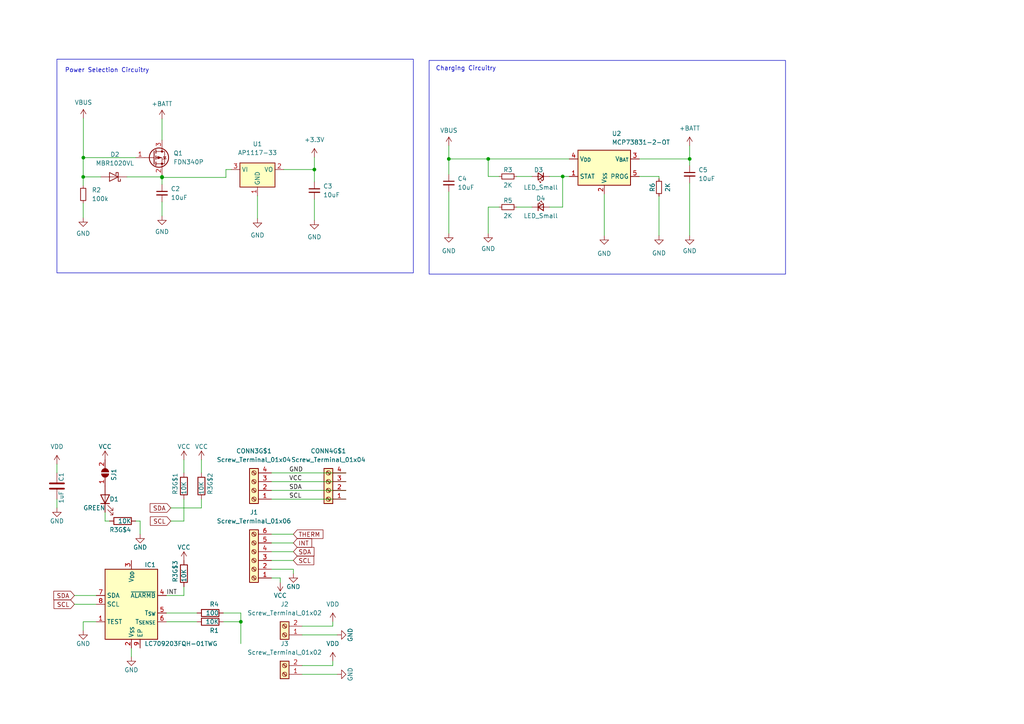
<source format=kicad_sch>
(kicad_sch (version 20230121) (generator eeschema)
  (paper "A4")
  (title_block (title "Power and Battery Schematic") (company "Generate Product Development Studio"))
  (lib_symbols
    (symbol "Battery_Management:LC709203FQH-01TWG"
      (property "Reference" "U" (at -6.35 11.43 0))
      (property "Value" "LC709203FQH-01TWG" (at 11.43 11.43 0))
      (symbol "LC709203FQH-01TWG_0_1"
        (rectangle (start -7.62 10.16) (end 7.62 -10.16) (stroke (width 0.254)) (fill (type background)))
      )
      (symbol "LC709203FQH-01TWG_1_1"
        (pin input line (at -10.16 -5.08 0) (length 2.54) (name "TEST") (number "1"))
        (pin power_in line (at 0 -12.7 90) (length 2.54) (name "V_{SS}") (number "2"))
        (pin power_in line (at 0 12.7 270) (length 2.54) (name "V_{DD}") (number "3"))
        (pin open_collector line (at 10.16 2.54 180) (length 2.54) (name "~{ALARMB}") (number "4"))
        (pin output line (at 10.16 -2.54 180) (length 2.54) (name "T_{SW}") (number "5"))
        (pin input line (at 10.16 -5.08 180) (length 2.54) (name "T_{SENSE}") (number "6"))
        (pin bidirectional line (at -10.16 2.54 0) (length 2.54) (name "SDA") (number "7"))
        (pin input line (at -10.16 0 0) (length 2.54) (name "SCL") (number "8"))
        (pin passive line (at 2.54 -12.7 90) (length 2.54) (name "EP") (number "9"))
      )
    )
    (symbol "Battery_Management:MCP73831-2-OT"
      (property "Reference" "U4" (at 2.1941 9.906 0))
      (property "Value" "MCP73831-2-OT" (at 2.1941 7.366 0))
      (symbol "MCP73831-2-OT_0_1"
        (rectangle (start -7.62 5.08) (end 7.62 -5.08) (stroke (width 0.254)) (fill (type background)))
      )
      (symbol "MCP73831-2-OT_1_1"
        (pin output line (at -10.16 -2.54 0) (length 2.54) (name "STAT") (number "1"))
        (pin power_in line (at 0 -7.62 90) (length 2.54) (name "V_{SS}") (number "2"))
        (pin power_out line (at 10.16 2.54 180) (length 2.54) (name "V_{BAT}") (number "3"))
        (pin power_in line (at -10.16 2.54 0) (length 2.54) (name "V_{DD}") (number "4"))
        (pin input line (at 10.16 -2.54 180) (length 2.54) (name "PROG") (number "5"))
      )
    )
    (symbol "Connector:Screw_Terminal_01x02" (pin_names (offset 1.016) hide)
      (property "Reference" "J" (at 0 2.54 0))
      (property "Value" "Screw_Terminal_01x02" (at 0 -5.08 0))
      (symbol "Screw_Terminal_01x02_1_1"
        (rectangle (start -1.27 1.27) (end 1.27 -3.81) (stroke (width 0.254)) (fill (type background)))
        (circle (center 0 -2.54) (radius 0.635) (stroke (width 0.1524)))
        (polyline (pts (xy -0.5334 -2.2098) (xy 0.3302 -3.048)) (stroke (width 0.1524)))
        (polyline (pts (xy -0.5334 0.3302) (xy 0.3302 -0.508)) (stroke (width 0.1524)))
        (polyline (pts (xy -0.3556 -2.032) (xy 0.508 -2.8702)) (stroke (width 0.1524)))
        (polyline (pts (xy -0.3556 0.508) (xy 0.508 -0.3302)) (stroke (width 0.1524)))
        (circle (center 0 0) (radius 0.635) (stroke (width 0.1524)))
        (pin passive line (at -5.08 0 0) (length 3.81) (name "Pin_1") (number "1"))
        (pin passive line (at -5.08 -2.54 0) (length 3.81) (name "Pin_2") (number "2"))
      )
    )
    (symbol "Connector:Screw_Terminal_01x04" (pin_names (offset 1.016) hide)
      (property "Reference" "J" (at 0 5.08 0))
      (property "Value" "Screw_Terminal_01x04" (at 0 -7.62 0))
      (symbol "Screw_Terminal_01x04_1_1"
        (rectangle (start -1.27 3.81) (end 1.27 -6.35) (stroke (width 0.254)) (fill (type background)))
        (circle (center 0 -5.08) (radius 0.635) (stroke (width 0.1524)))
        (circle (center 0 -2.54) (radius 0.635) (stroke (width 0.1524)))
        (polyline (pts (xy -0.5334 -4.7498) (xy 0.3302 -5.588)) (stroke (width 0.1524)))
        (polyline (pts (xy -0.5334 -2.2098) (xy 0.3302 -3.048)) (stroke (width 0.1524)))
        (polyline (pts (xy -0.5334 0.3302) (xy 0.3302 -0.508)) (stroke (width 0.1524)))
        (polyline (pts (xy -0.5334 2.8702) (xy 0.3302 2.032)) (stroke (width 0.1524)))
        (polyline (pts (xy -0.3556 -4.572) (xy 0.508 -5.4102)) (stroke (width 0.1524)))
        (polyline (pts (xy -0.3556 -2.032) (xy 0.508 -2.8702)) (stroke (width 0.1524)))
        (polyline (pts (xy -0.3556 0.508) (xy 0.508 -0.3302)) (stroke (width 0.1524)))
        (polyline (pts (xy -0.3556 3.048) (xy 0.508 2.2098)) (stroke (width 0.1524)))
        (circle (center 0 0) (radius 0.635) (stroke (width 0.1524)))
        (circle (center 0 2.54) (radius 0.635) (stroke (width 0.1524)))
        (pin passive line (at -5.08 2.54 0) (length 3.81) (name "Pin_1") (number "1"))
        (pin passive line (at -5.08 0 0) (length 3.81) (name "Pin_2") (number "2"))
        (pin passive line (at -5.08 -2.54 0) (length 3.81) (name "Pin_3") (number "3"))
        (pin passive line (at -5.08 -5.08 0) (length 3.81) (name "Pin_4") (number "4"))
      )
    )
    (symbol "Connector:Screw_Terminal_01x06" (pin_names (offset 1.016) hide)
      (property "Reference" "J" (at 0 7.62 0))
      (property "Value" "Screw_Terminal_01x06" (at 0 -10.16 0))
      (symbol "Screw_Terminal_01x06_1_1"
        (rectangle (start -1.27 6.35) (end 1.27 -8.89) (stroke (width 0.254)) (fill (type background)))
        (circle (center 0 -7.62) (radius 0.635) (stroke (width 0.1524)))
        (circle (center 0 -5.08) (radius 0.635) (stroke (width 0.1524)))
        (circle (center 0 -2.54) (radius 0.635) (stroke (width 0.1524)))
        (polyline (pts (xy -0.5334 -7.2898) (xy 0.3302 -8.128)) (stroke (width 0.1524)))
        (polyline (pts (xy -0.5334 -4.7498) (xy 0.3302 -5.588)) (stroke (width 0.1524)))
        (polyline (pts (xy -0.5334 -2.2098) (xy 0.3302 -3.048)) (stroke (width 0.1524)))
        (polyline (pts (xy -0.5334 0.3302) (xy 0.3302 -0.508)) (stroke (width 0.1524)))
        (polyline (pts (xy -0.5334 2.8702) (xy 0.3302 2.032)) (stroke (width 0.1524)))
        (polyline (pts (xy -0.5334 5.4102) (xy 0.3302 4.572)) (stroke (width 0.1524)))
        (polyline (pts (xy -0.3556 -7.112) (xy 0.508 -7.9502)) (stroke (width 0.1524)))
        (polyline (pts (xy -0.3556 -4.572) (xy 0.508 -5.4102)) (stroke (width 0.1524)))
        (polyline (pts (xy -0.3556 -2.032) (xy 0.508 -2.8702)) (stroke (width 0.1524)))
        (polyline (pts (xy -0.3556 0.508) (xy 0.508 -0.3302)) (stroke (width 0.1524)))
        (polyline (pts (xy -0.3556 3.048) (xy 0.508 2.2098)) (stroke (width 0.1524)))
        (polyline (pts (xy -0.3556 5.588) (xy 0.508 4.7498)) (stroke (width 0.1524)))
        (circle (center 0 0) (radius 0.635) (stroke (width 0.1524)))
        (circle (center 0 2.54) (radius 0.635) (stroke (width 0.1524)))
        (circle (center 0 5.08) (radius 0.635) (stroke (width 0.1524)))
        (pin passive line (at -5.08 5.08 0) (length 3.81) (name "Pin_1") (number "1"))
        (pin passive line (at -5.08 2.54 0) (length 3.81) (name "Pin_2") (number "2"))
        (pin passive line (at -5.08 0 0) (length 3.81) (name "Pin_3") (number "3"))
        (pin passive line (at -5.08 -2.54 0) (length 3.81) (name "Pin_4") (number "4"))
        (pin passive line (at -5.08 -5.08 0) (length 3.81) (name "Pin_5") (number "5"))
        (pin passive line (at -5.08 -7.62 0) (length 3.81) (name "Pin_6") (number "6"))
      )
    )
    (symbol "Device:C" (pin_numbers hide) (pin_names (offset 0.254))
      (property "Reference" "C" (at 0.635 2.54 0))
      (property "Value" "C" (at 0.635 -2.54 0))
      (symbol "C_0_1"
        (polyline (pts (xy -2.032 -0.762) (xy 2.032 -0.762)) (stroke (width 0.508)))
        (polyline (pts (xy -2.032 0.762) (xy 2.032 0.762)) (stroke (width 0.508)))
      )
      (symbol "C_1_1"
        (pin passive line (at 0 3.81 270) (length 2.794) (name "~") (number "1"))
        (pin passive line (at 0 -3.81 90) (length 2.794) (name "~") (number "2"))
      )
    )
    (symbol "Device:C_Small" (pin_numbers hide) (pin_names (offset 0.254) hide)
      (property "Reference" "C" (at 0.254 1.778 0))
      (property "Value" "C_Small" (at 0.254 -2.032 0))
      (symbol "C_Small_0_1"
        (polyline (pts (xy -1.524 -0.508) (xy 1.524 -0.508)) (stroke (width 0.3302)))
        (polyline (pts (xy -1.524 0.508) (xy 1.524 0.508)) (stroke (width 0.3048)))
      )
      (symbol "C_Small_1_1"
        (pin passive line (at 0 2.54 270) (length 2.032) (name "~") (number "1"))
        (pin passive line (at 0 -2.54 90) (length 2.032) (name "~") (number "2"))
      )
    )
    (symbol "Device:LED" (pin_numbers hide) (pin_names (offset 1.016) hide)
      (property "Reference" "D" (at 0 2.54 0))
      (property "Value" "LED" (at 0 -2.54 0))
      (symbol "LED_0_1"
        (polyline (pts (xy -1.27 -1.27) (xy -1.27 1.27)) (stroke (width 0.254)))
        (polyline (pts (xy -1.27 0) (xy 1.27 0)))
        (polyline (pts (xy 1.27 -1.27) (xy 1.27 1.27) (xy -1.27 0) (xy 1.27 -1.27)) (stroke (width 0.254)))
        (polyline (pts (xy -3.048 -0.762) (xy -4.572 -2.286) (xy -3.81 -2.286) (xy -4.572 -2.286) (xy -4.572 -1.524)))
        (polyline (pts (xy -1.778 -0.762) (xy -3.302 -2.286) (xy -2.54 -2.286) (xy -3.302 -2.286) (xy -3.302 -1.524)))
      )
      (symbol "LED_1_1"
        (pin passive line (at -3.81 0 0) (length 2.54) (name "K") (number "1"))
        (pin passive line (at 3.81 0 180) (length 2.54) (name "A") (number "2"))
      )
    )
    (symbol "Device:LED_Small" (pin_numbers hide) (pin_names (offset 0.254) hide)
      (property "Reference" "D" (at -1.27 3.175 0))
      (property "Value" "LED_Small" (at -4.445 -2.54 0))
      (symbol "LED_Small_0_1"
        (polyline (pts (xy -0.762 -1.016) (xy -0.762 1.016)) (stroke (width 0.254)))
        (polyline (pts (xy 1.016 0) (xy -0.762 0)))
        (polyline (pts (xy 0.762 -1.016) (xy -0.762 0) (xy 0.762 1.016) (xy 0.762 -1.016)) (stroke (width 0.254)))
        (polyline (pts (xy 0 0.762) (xy -0.508 1.27) (xy -0.254 1.27) (xy -0.508 1.27) (xy -0.508 1.016)))
        (polyline (pts (xy 0.508 1.27) (xy 0 1.778) (xy 0.254 1.778) (xy 0 1.778) (xy 0 1.524)))
      )
      (symbol "LED_Small_1_1"
        (pin passive line (at -2.54 0 0) (length 1.778) (name "K") (number "1"))
        (pin passive line (at 2.54 0 180) (length 1.778) (name "A") (number "2"))
      )
    )
    (symbol "Device:R" (pin_numbers hide) (pin_names (offset 0))
      (property "Reference" "R" (at 2.032 0 90))
      (property "Value" "R" (at 0 0 90))
      (symbol "R_0_1"
        (rectangle (start -1.016 -2.54) (end 1.016 2.54) (stroke (width 0.254)))
      )
      (symbol "R_1_1"
        (pin passive line (at 0 3.81 270) (length 1.27) (name "~") (number "1"))
        (pin passive line (at 0 -3.81 90) (length 1.27) (name "~") (number "2"))
      )
    )
    (symbol "Device:R_Small" (pin_numbers hide) (pin_names (offset 0.254) hide)
      (property "Reference" "R" (at 0.762 0.508 0))
      (property "Value" "R_Small" (at 0.762 -1.016 0))
      (symbol "R_Small_0_1"
        (rectangle (start -0.762 1.778) (end 0.762 -1.778) (stroke (width 0.2032)))
      )
      (symbol "R_Small_1_1"
        (pin passive line (at 0 2.54 270) (length 0.762) (name "~") (number "1"))
        (pin passive line (at 0 -2.54 90) (length 0.762) (name "~") (number "2"))
      )
    )
    (symbol "Diode:MBR1020VL" (pin_numbers hide) (pin_names hide)
      (property "Reference" "D" (at 0 2.54 0))
      (property "Value" "MBR1020VL" (at 0 -2.54 0))
      (symbol "MBR1020VL_0_1"
        (polyline (pts (xy 1.27 0) (xy -1.27 0)))
        (polyline (pts (xy 1.27 1.27) (xy 1.27 -1.27) (xy -1.27 0) (xy 1.27 1.27)) (stroke (width 0.2032)))
        (polyline (pts (xy -1.905 0.635) (xy -1.905 1.27) (xy -1.27 1.27) (xy -1.27 -1.27) (xy -0.635 -1.27) (xy -0.635 -0.635)) (stroke (width 0.2032)))
      )
      (symbol "MBR1020VL_1_1"
        (pin passive line (at -3.81 0 0) (length 2.54) (name "K") (number "1"))
        (pin passive line (at 3.81 0 180) (length 2.54) (name "A") (number "2"))
      )
    )
    (symbol "Jumper:SolderJumper_2_Open" (pin_names (offset 0) hide)
      (property "Reference" "JP" (at 0 2.032 0))
      (property "Value" "SolderJumper_2_Open" (at 0 -2.54 0))
      (symbol "SolderJumper_2_Open_0_1"
        (arc (start -0.254 1.016) (mid -1.2656 0) (end -0.254 -1.016))
        (arc (start -0.254 1.016) (mid -1.2656 0) (end -0.254 -1.016) (fill (type outline)))
        (polyline (pts (xy -0.254 1.016) (xy -0.254 -1.016)))
        (polyline (pts (xy 0.254 1.016) (xy 0.254 -1.016)))
        (arc (start 0.254 -1.016) (mid 1.2656 0) (end 0.254 1.016))
        (arc (start 0.254 -1.016) (mid 1.2656 0) (end 0.254 1.016) (fill (type outline)))
      )
      (symbol "SolderJumper_2_Open_1_1"
        (pin passive line (at -3.81 0 0) (length 2.54) (name "A") (number "1"))
        (pin passive line (at 3.81 0 180) (length 2.54) (name "B") (number "2"))
      )
    )
    (symbol "Regulator_Linear:AP1117-33"
      (property "Reference" "U" (at -3.81 3.175 0))
      (property "Value" "AP1117-33" (at 0 3.175 0))
      (symbol "AP1117-33_0_1"
        (rectangle (start -5.08 -5.08) (end 5.08 1.905) (stroke (width 0.254)) (fill (type background)))
      )
      (symbol "AP1117-33_1_1"
        (pin power_in line (at 0 -7.62 90) (length 2.54) (name "GND") (number "1"))
        (pin power_out line (at 7.62 0 180) (length 2.54) (name "VO") (number "2"))
        (pin power_in line (at -7.62 0 0) (length 2.54) (name "VI") (number "3"))
      )
    )
    (symbol "Transistor_FET:FDN340P" (pin_names hide)
      (property "Reference" "Q" (at 5.08 1.905 0))
      (property "Value" "FDN340P" (at 5.08 0 0))
      (symbol "FDN340P_0_1"
        (polyline (pts (xy 0.254 0) (xy -2.54 0)))
        (polyline (pts (xy 0.254 1.905) (xy 0.254 -1.905)) (stroke (width 0.254)))
        (polyline (pts (xy 0.762 -1.27) (xy 0.762 -2.286)) (stroke (width 0.254)))
        (polyline (pts (xy 0.762 0.508) (xy 0.762 -0.508)) (stroke (width 0.254)))
        (polyline (pts (xy 0.762 2.286) (xy 0.762 1.27)) (stroke (width 0.254)))
        (polyline (pts (xy 2.54 2.54) (xy 2.54 1.778)))
        (polyline (pts (xy 2.54 -2.54) (xy 2.54 0) (xy 0.762 0)))
        (polyline (pts (xy 0.762 1.778) (xy 3.302 1.778) (xy 3.302 -1.778) (xy 0.762 -1.778)))
        (polyline (pts (xy 2.286 0) (xy 1.27 0.381) (xy 1.27 -0.381) (xy 2.286 0)) (fill (type outline)))
        (polyline (pts (xy 2.794 -0.508) (xy 2.921 -0.381) (xy 3.683 -0.381) (xy 3.81 -0.254)))
        (polyline (pts (xy 3.302 -0.381) (xy 2.921 0.254) (xy 3.683 0.254) (xy 3.302 -0.381)))
        (circle (center 1.651 0) (radius 2.794) (stroke (width 0.254)))
        (circle (center 2.54 -1.778) (radius 0.254) (fill (type outline)))
        (circle (center 2.54 1.778) (radius 0.254) (fill (type outline)))
      )
      (symbol "FDN340P_1_1"
        (pin input line (at -5.08 0 0) (length 2.54) (name "G") (number "1"))
        (pin passive line (at 2.54 -5.08 90) (length 2.54) (name "S") (number "2"))
        (pin passive line (at 2.54 5.08 270) (length 2.54) (name "D") (number "3"))
      )
    )
    (symbol "power:+3.3V" (power) (pin_names (offset 0))
      (property "Value" "+3.3V" (at 0 3.556 0))
      (symbol "+3.3V_0_1"
        (polyline (pts (xy -0.762 1.27) (xy 0 2.54)))
        (polyline (pts (xy 0 0) (xy 0 2.54)))
        (polyline (pts (xy 0 2.54) (xy 0.762 1.27)))
      )
      (symbol "+3.3V_1_1"
        (pin power_in line (at 0 0 90) (length 0) hide (name "+3.3V") (number "1"))
      )
    )
    (symbol "power:+BATT" (power) (pin_names (offset 0))
      (property "Value" "+BATT" (at 0 3.556 0))
      (symbol "+BATT_0_1"
        (polyline (pts (xy -0.762 1.27) (xy 0 2.54)))
        (polyline (pts (xy 0 0) (xy 0 2.54)))
        (polyline (pts (xy 0 2.54) (xy 0.762 1.27)))
      )
      (symbol "+BATT_1_1"
        (pin power_in line (at 0 0 90) (length 0) hide (name "+BATT") (number "1"))
      )
    )
    (symbol "power:GND" (power) (pin_names (offset 0))
      (property "Value" "GND" (at 0 -3.81 0))
      (symbol "GND_0_1"
        (polyline (pts (xy 0 0) (xy 0 -1.27) (xy 1.27 -1.27) (xy 0 -2.54) (xy -1.27 -1.27) (xy 0 -1.27)))
      )
      (symbol "GND_1_1"
        (pin power_in line (at 0 0 270) (length 0) hide (name "GND") (number "1"))
      )
    )
    (symbol "power:VBUS" (power) (pin_names (offset 0))
      (property "Value" "VBUS" (at 0 3.81 0))
      (symbol "VBUS_0_1"
        (polyline (pts (xy -0.762 1.27) (xy 0 2.54)))
        (polyline (pts (xy 0 0) (xy 0 2.54)))
        (polyline (pts (xy 0 2.54) (xy 0.762 1.27)))
      )
      (symbol "VBUS_1_1"
        (pin power_in line (at 0 0 90) (length 0) hide (name "VBUS") (number "1"))
      )
    )
    (symbol "power:VCC" (power) (pin_names (offset 0))
      (property "Value" "VCC" (at 0 3.81 0))
      (symbol "VCC_0_1"
        (polyline (pts (xy -0.762 1.27) (xy 0 2.54)))
        (polyline (pts (xy 0 0) (xy 0 2.54)))
        (polyline (pts (xy 0 2.54) (xy 0.762 1.27)))
      )
      (symbol "VCC_1_1"
        (pin power_in line (at 0 0 90) (length 0) hide (name "VCC") (number "1"))
      )
    )
    (symbol "power:VDD" (power) (pin_names (offset 0))
      (property "Value" "VDD" (at 0 3.81 0))
      (symbol "VDD_0_1"
        (polyline (pts (xy -0.762 1.27) (xy 0 2.54)))
        (polyline (pts (xy 0 0) (xy 0 2.54)))
        (polyline (pts (xy 0 2.54) (xy 0.762 1.27)))
      )
      (symbol "VDD_1_1"
        (pin power_in line (at 0 0 90) (length 0) hide (name "VDD") (number "1"))
      )
    )
  )
  (junction (at 141.605 46.101))
  (junction (at 69.85 180.34))
  (junction (at 91.186 49.1744))
  (junction (at 163.195 51.181))
  (junction (at 24.1808 45.72))
  (junction (at 46.99 51.308))
  (junction (at 130.175 46.101))
  (junction (at 200.025 46.101))
  (junction (at 24.13 51.308))
  (junction (at 46.99 51.4604))
  (wire (pts (xy 91.186 45.6184) (xy 91.186 49.1744)))
  (wire (pts (xy 130.175 50.546) (xy 130.175 46.101)))
  (wire (pts (xy 58.42 144.78) (xy 58.42 147.32)))
  (wire (pts (xy 78.74 144.78) (xy 100.33 144.78)))
  (wire (pts (xy 46.99 58.5724) (xy 46.99 62.6364)))
  (wire (pts (xy 159.385 60.071) (xy 163.195 60.071)))
  (wire (pts (xy 78.74 142.24) (xy 100.33 142.24)))
  (wire (pts (xy 78.74 165.1) (xy 85.09 165.1)))
  (wire (pts (xy 78.74 167.64) (xy 81.28 167.64)))
  (wire (pts (xy 149.86 51.181) (xy 154.305 51.181)))
  (wire (pts (xy 163.195 51.181) (xy 165.1 51.181)))
  (wire (pts (xy 21.59 172.72) (xy 27.94 172.72)))
  (wire (pts (xy 130.175 42.291) (xy 130.175 46.101)))
  (wire (pts (xy 96.52 193.04) (xy 96.52 191.77)))
  (wire (pts (xy 16.51 144.78) (xy 16.51 147.32)))
  (wire (pts (xy 141.605 46.101) (xy 165.1 46.101)))
  (wire (pts (xy 78.74 160.02) (xy 85.09 160.02)))
  (wire (pts (xy 30.48 148.59) (xy 30.48 151.13)))
  (wire (pts (xy 65.532 49.1744) (xy 65.532 51.4604)))
  (wire (pts (xy 130.175 55.626) (xy 130.175 67.691)))
  (wire (pts (xy 46.99 51.4604) (xy 46.99 53.4924)))
  (wire (pts (xy 53.34 144.78) (xy 53.34 151.13)))
  (wire (pts (xy 64.77 180.34) (xy 69.85 180.34)))
  (wire (pts (xy 141.605 60.071) (xy 144.78 60.071)))
  (wire (pts (xy 24.13 45.72) (xy 24.13 51.308)))
  (wire (pts (xy 24.13 180.34) (xy 24.13 182.88)))
  (wire (pts (xy 200.025 42.291) (xy 200.025 46.101)))
  (wire (pts (xy 74.676 56.7944) (xy 74.676 63.3984)))
  (wire (pts (xy 46.99 51.4604) (xy 65.532 51.4604)))
  (wire (pts (xy 87.63 193.04) (xy 96.52 193.04)))
  (wire (pts (xy 78.74 139.7) (xy 100.33 139.7)))
  (wire (pts (xy 46.99 34.4932) (xy 46.99 40.64)))
  (wire (pts (xy 69.85 177.8) (xy 69.85 180.34)))
  (wire (pts (xy 85.09 165.1) (xy 85.09 166.37)))
  (wire (pts (xy 87.63 195.58) (xy 97.79 195.58)))
  (wire (pts (xy 49.53 151.13) (xy 53.34 151.13)))
  (wire (pts (xy 81.28 167.64) (xy 81.28 168.91)))
  (wire (pts (xy 87.63 181.61) (xy 96.52 181.61)))
  (wire (pts (xy 200.025 46.101) (xy 200.025 48.006)))
  (wire (pts (xy 53.34 133.35) (xy 53.34 137.16)))
  (wire (pts (xy 30.48 151.13) (xy 31.75 151.13)))
  (wire (pts (xy 46.99 51.308) (xy 46.99 51.4604)))
  (wire (pts (xy 49.53 147.32) (xy 58.42 147.32)))
  (wire (pts (xy 53.34 172.72) (xy 53.34 170.18)))
  (wire (pts (xy 24.13 51.308) (xy 29.21 51.308)))
  (wire (pts (xy 38.1 187.96) (xy 38.1 190.5)))
  (wire (pts (xy 141.605 46.101) (xy 141.605 51.181)))
  (wire (pts (xy 96.52 181.61) (xy 96.52 180.34)))
  (wire (pts (xy 48.26 180.34) (xy 57.15 180.34)))
  (wire (pts (xy 141.605 67.691) (xy 141.605 60.071)))
  (wire (pts (xy 91.186 57.8104) (xy 91.186 63.9064)))
  (wire (pts (xy 58.42 133.35) (xy 58.42 137.16)))
  (wire (pts (xy 24.13 51.308) (xy 24.13 53.848)))
  (wire (pts (xy 191.135 56.896) (xy 191.135 68.326)))
  (wire (pts (xy 24.1808 34.29) (xy 24.1808 45.72)))
  (wire (pts (xy 48.26 172.72) (xy 53.34 172.72)))
  (wire (pts (xy 91.186 49.1744) (xy 91.186 52.7304)))
  (wire (pts (xy 78.74 162.56) (xy 85.09 162.56)))
  (wire (pts (xy 24.13 63.1444) (xy 24.13 58.928)))
  (wire (pts (xy 78.74 157.48) (xy 85.09 157.48)))
  (wire (pts (xy 27.94 180.34) (xy 24.13 180.34)))
  (wire (pts (xy 65.532 49.1744) (xy 67.056 49.1744)))
  (wire (pts (xy 191.135 51.181) (xy 185.42 51.181)))
  (wire (pts (xy 78.74 154.94) (xy 85.09 154.94)))
  (wire (pts (xy 40.64 151.13) (xy 40.64 154.94)))
  (wire (pts (xy 46.99 50.8) (xy 46.99 51.308)))
  (wire (pts (xy 69.85 180.34) (xy 69.85 186.69)))
  (wire (pts (xy 191.135 51.181) (xy 191.135 51.816)))
  (wire (pts (xy 149.86 60.071) (xy 154.305 60.071)))
  (wire (pts (xy 64.77 177.8) (xy 69.85 177.8)))
  (wire (pts (xy 87.63 184.15) (xy 97.79 184.15)))
  (wire (pts (xy 24.1808 45.72) (xy 39.37 45.72)))
  (wire (pts (xy 16.51 134.62) (xy 16.51 137.16)))
  (wire (pts (xy 141.605 51.181) (xy 144.78 51.181)))
  (wire (pts (xy 21.59 175.26) (xy 27.94 175.26)))
  (wire (pts (xy 78.74 137.16) (xy 100.33 137.16)))
  (wire (pts (xy 130.175 46.101) (xy 141.605 46.101)))
  (wire (pts (xy 48.26 177.8) (xy 57.15 177.8)))
  (wire (pts (xy 39.37 151.13) (xy 40.64 151.13)))
  (wire (pts (xy 200.025 53.086) (xy 200.025 68.326)))
  (wire (pts (xy 36.83 51.308) (xy 46.99 51.308)))
  (wire (pts (xy 163.195 60.071) (xy 163.195 51.181)))
  (wire (pts (xy 185.42 46.101) (xy 200.025 46.101)))
  (wire (pts (xy 24.13 45.72) (xy 24.1808 45.72)))
  (wire (pts (xy 159.385 51.181) (xy 163.195 51.181)))
  (wire (pts (xy 175.26 56.261) (xy 175.26 68.326)))
  (wire (pts (xy 82.296 49.1744) (xy 91.186 49.1744)))
  (rectangle (start 124.46 17.526) (end 227.838 79.502))
  (rectangle (start 16.51 17.1704) (end 119.888 79.1464))
  (text "Charging Circuitry\n" (at 126.365 20.701 0) (effects (font (size 1.27 1.27)) (justify left bottom)))
  (text "Power Selection Circuitry\n" (at 18.796 21.2344 0) (effects (font (size 1.27 1.27)) (justify left bottom)))
  (label "INT" (at 48.26 172.72 0))
  (label "GND" (at 83.82 137.16 0))
  (label "VCC" (at 83.82 139.7 0))
  (label "SDA" (at 83.82 142.24 0))
  (label "SCL" (at 83.82 144.78 0))
  (global_label "SCL" (shape input) (at 49.53 151.13 180) (property "Intersheetrefs" "${INTERSHEET_REFS}" (effects hide)))
  (global_label "SDA" (shape input) (at 49.53 147.32 180) (property "Intersheetrefs" "${INTERSHEET_REFS}" (effects hide)))
  (global_label "SDA" (shape input) (at 21.59 172.72 180) (property "Intersheetrefs" "${INTERSHEET_REFS}" (effects hide)))
  (global_label "INT" (shape input) (at 85.09 157.48 0) (property "Intersheetrefs" "${INTERSHEET_REFS}" (effects hide)))
  (global_label "THERM" (shape input) (at 85.09 154.94 0) (property "Intersheetrefs" "${INTERSHEET_REFS}" (effects hide)))
  (global_label "SCL" (shape input) (at 21.59 175.26 180) (property "Intersheetrefs" "${INTERSHEET_REFS}" (effects hide)))
  (global_label "SCL" (shape input) (at 85.09 162.56 0) (property "Intersheetrefs" "${INTERSHEET_REFS}" (effects hide)))
  (global_label "SDA" (shape input) (at 85.09 160.02 0) (property "Intersheetrefs" "${INTERSHEET_REFS}" (effects hide)))
  (symbol (lib_id "power:GND") (at 46.99 62.6364 0) (unit 1)
    (property "Reference" "#PWR019" (effects hide))
    (property "Value" "GND" (at 46.99 67.2084 0))
    (instances (project "MuscleRecoveryV1" (path "" (reference "#PWR019") (unit 1))) (project "Power For Muscle Recovery" (path "" (reference "#PWR04") (unit 1))) (project "New Test" (path "" (reference "#PWR04") (unit 1))))
  )
  (symbol (lib_id "Device:R") (at 60.96 177.8 90) (unit 1)
    (property "Reference" "R4" (at 63.5 175.26 90) (effects (justify left)))
    (property "Value" "100" (at 63.5 177.8 90) (effects (justify left)))
    (property "Footprint" "Resistor_SMD:R_0805_2012Metric" (effects hide))
  )
  (symbol (lib_id "power:VBUS") (at 130.175 42.291 0) (unit 1)
    (property "Reference" "#PWR023" (effects hide))
    (property "Value" "VBUS" (at 130.175 37.846 0))
    (instances (project "MuscleRecoveryV1" (path "" (reference "#PWR023") (unit 1))) (project "New Test" (path "" (reference "#PWR025") (unit 1))))
  )
  (symbol (lib_id "power:GND") (at 40.64 154.94 0) (unit 1)
    (property "Reference" "#PWR05" (effects hide))
    (property "Value" "GND" (at 40.64 158.75 0))
  )
  (symbol (lib_id "power:GND") (at 175.26 68.326 0) (unit 1)
    (property "Reference" "#PWR026" (effects hide))
    (property "Value" "GND" (at 175.26 73.533 0))
    (instances (project "MuscleRecoveryV1" (path "" (reference "#PWR026") (unit 1))) (project "New Test" (path "" (reference "#PWR024") (unit 1))))
  )
  (symbol (lib_id "power:GND") (at 141.605 67.691 0) (unit 1)
    (property "Reference" "#PWR025" (effects hide))
    (property "Value" "GND" (at 141.605 72.136 0))
    (instances (project "MuscleRecoveryV1" (path "" (reference "#PWR025") (unit 1))) (project "New Test" (path "" (reference "#PWR026") (unit 1))))
  )
  (symbol (lib_id "Battery_Management:LC709203FQH-01TWG") (at 38.1 175.26 0) (unit 1)
    (property "Reference" "IC1" (at 41.91 163.83 0) (effects (justify left)))
    (property "Value" "LC709203FQH-01TWG" (at 41.91 186.69 0) (effects (justify left)))
    (property "Footprint" "Package_DFN_QFN:WDFN-8-1EP_4x3mm_P0.65mm_EP2.4x1.8mm" (effects hide))
    (property "Datasheet" "https://www.onsemi.com/download/data-sheet/pdf/lc709203f-d.pdf" (effects hide))
  )
  (symbol (lib_id "Device:R") (at 53.34 166.37 0) (unit 1)
    (property "Reference" "R3G$3" (at 50.8 168.91 90) (effects (justify left)))
    (property "Value" "10K" (at 53.34 168.91 90) (effects (justify left)))
    (property "Footprint" "Resistor_SMD:R_0805_2012Metric" (effects hide))
  )
  (symbol (lib_id "power:GND") (at 97.79 184.15 90) (unit 1)
    (property "Reference" "#PWR014" (effects hide))
    (property "Value" "GND" (at 101.6 184.15 0))
  )
  (symbol (lib_id "power:GND") (at 16.51 147.32 0) (unit 1)
    (property "Reference" "#PWR09" (effects hide))
    (property "Value" "GND" (at 16.51 151.13 0))
  )
  (symbol (lib_id "power:VDD") (at 96.52 180.34 0) (unit 1)
    (property "Reference" "#PWR012" (effects hide))
    (property "Value" "VDD" (at 96.52 175.26 0))
  )
  (symbol (lib_id "Diode:MBR1020VL") (at 33.02 51.308 180) (unit 1)
    (property "Reference" "D2" (at 33.3375 44.8056 0))
    (property "Value" "MBR1020VL" (at 33.3375 47.3456 0))
    (property "Footprint" "Diode_SMD:D_SOD-123F" (effects hide))
    (property "Datasheet" "https://www.onsemi.com/pub/Collateral/MBR1020VL-D.PDF" (effects hide))
    (instances (project "MuscleRecoveryV1" (path "" (reference "D2") (unit 1))) (project "Power For Muscle Recovery" (path "" (reference "D1") (unit 1))) (project "New Test" (path "" (reference "D1") (unit 1))))
  )
  (symbol (lib_id "Device:R") (at 58.42 140.97 0) (unit 1)
    (property "Reference" "R3G$2" (at 60.96 143.51 90) (effects (justify left)))
    (property "Value" "10K" (at 58.42 143.51 90) (effects (justify left)))
    (property "Footprint" "Resistor_SMD:R_0805_2012Metric" (effects hide))
  )
  (symbol (lib_id "Device:R") (at 60.96 180.34 90) (unit 1)
    (property "Reference" "R1" (at 63.5 182.88 90) (effects (justify left)))
    (property "Value" "10K" (at 63.5 180.34 90) (effects (justify left)))
    (property "Footprint" "Resistor_SMD:R_0805_2012Metric" (effects hide))
  )
  (symbol (lib_id "Connector:Screw_Terminal_01x04") (at 73.66 142.24 180) (unit 1)
    (property "Reference" "CONN3G$1" (at 73.66 130.81 0))
    (property "Value" "Screw_Terminal_01x04" (at 73.66 133.35 0))
  )
  (symbol (lib_id "power:+BATT") (at 46.99 34.4932 0) (unit 1)
    (property "Reference" "#PWR018" (effects hide))
    (property "Value" "+BATT" (at 46.99 30.1244 0))
    (instances (project "MuscleRecoveryV1" (path "" (reference "#PWR018") (unit 1))) (project "Power For Muscle Recovery" (path "" (reference "#PWR02") (unit 1))) (project "New Test" (path "" (reference "#PWR03") (unit 1))))
  )
  (symbol (lib_id "Device:R") (at 35.56 151.13 90) (unit 1)
    (property "Reference" "R3G$4" (at 38.1 153.67 90) (effects (justify left)))
    (property "Value" "10K" (at 38.1 151.13 90) (effects (justify left)))
  )
  (symbol (lib_id "power:GND") (at 74.676 63.3984 0) (unit 1)
    (property "Reference" "#PWR020" (effects hide))
    (property "Value" "GND" (at 74.676 68.2244 0))
    (instances (project "MuscleRecoveryV1" (path "" (reference "#PWR020") (unit 1))) (project "Power For Muscle Recovery" (path "" (reference "#PWR05") (unit 1))) (project "New Test" (path "" (reference "#PWR05") (unit 1))))
  )
  (symbol (lib_id "power:+3.3V") (at 91.186 45.6184 0) (unit 1)
    (property "Reference" "#PWR021" (effects hide))
    (property "Value" "+3.3V" (at 91.186 40.5384 0))
    (instances (project "MuscleRecoveryV1" (path "" (reference "#PWR021") (unit 1))) (project "Power For Muscle Recovery" (path "" (reference "#PWR06") (unit 1))) (project "New Test" (path "" (reference "#PWR06") (unit 1))))
  )
  (symbol (lib_id "power:GND") (at 91.186 63.9064 0) (unit 1)
    (property "Reference" "#PWR022" (effects hide))
    (property "Value" "GND" (at 91.186 68.7324 0))
    (instances (project "MuscleRecoveryV1" (path "" (reference "#PWR022") (unit 1))) (project "Power For Muscle Recovery" (path "" (reference "#PWR07") (unit 1))) (project "New Test" (path "" (reference "#PWR07") (unit 1))))
  )
  (symbol (lib_id "power:VDD") (at 16.51 134.62 0) (unit 1)
    (property "Reference" "#PWR08" (effects hide))
    (property "Value" "VDD" (at 16.51 129.54 0))
  )
  (symbol (lib_id "Connector:Screw_Terminal_01x06") (at 73.66 162.56 180) (unit 1)
    (property "Reference" "J1" (at 73.66 148.59 0))
    (property "Value" "Screw_Terminal_01x06" (at 73.66 151.13 0))
  )
  (symbol (lib_id "Device:R_Small") (at 24.13 56.388 0) (unit 1)
    (property "Reference" "R2" (at 26.6192 55.118 0) (effects (justify left)))
    (property "Value" "100k" (at 26.6192 57.658 0) (effects (justify left)))
    (instances (project "MuscleRecoveryV1" (path "" (reference "R2") (unit 1))) (project "Power For Muscle Recovery" (path "" (reference "R1") (unit 1))) (project "New Test" (path "" (reference "R1") (unit 1))))
  )
  (symbol (lib_id "Device:LED_Small") (at 156.845 60.071 0) (unit 1)
    (property "Reference" "D4" (at 156.845 57.531 0))
    (property "Value" "LED_Small" (at 156.845 62.611 0))
    (instances (project "MuscleRecoveryV1" (path "" (reference "D4") (unit 1))) (project "New Test" (path "" (reference "D3") (unit 1))))
  )
  (symbol (lib_id "Connector:Screw_Terminal_01x02") (at 82.55 195.58 180) (unit 1)
    (property "Reference" "J3" (at 82.55 186.69 0))
    (property "Value" "Screw_Terminal_01x02" (at 82.55 189.23 0))
  )
  (symbol (lib_id "power:GND") (at 97.79 195.58 90) (unit 1)
    (property "Reference" "#PWR015" (effects hide))
    (property "Value" "GND" (at 101.6 195.58 0))
  )
  (symbol (lib_id "Device:C_Small") (at 46.99 56.0324 0) (unit 1)
    (property "Reference" "C2" (at 49.53 54.7687 0) (effects (justify left)))
    (property "Value" "10uF" (at 49.53 57.3087 0) (effects (justify left)))
    (instances (project "MuscleRecoveryV1" (path "" (reference "C2") (unit 1))) (project "Power For Muscle Recovery" (path "" (reference "C1") (unit 1))) (project "New Test" (path "" (reference "C1") (unit 1))))
  )
  (symbol (lib_id "power:GND") (at 191.135 68.326 0) (unit 1)
    (property "Reference" "#PWR027" (effects hide))
    (property "Value" "GND" (at 191.135 73.406 0))
    (instances (project "MuscleRecoveryV1" (path "" (reference "#PWR027") (unit 1))) (project "New Test" (path "" (reference "#PWR028") (unit 1))))
  )
  (symbol (lib_id "power:VCC") (at 58.42 133.35 0) (unit 1)
    (property "Reference" "#PWR02" (effects hide))
    (property "Value" "VCC" (at 58.42 129.54 0))
  )
  (symbol (lib_id "Connector:Screw_Terminal_01x02") (at 82.55 184.15 180) (unit 1)
    (property "Reference" "J2" (at 82.55 175.26 0))
    (property "Value" "Screw_Terminal_01x02" (at 82.55 177.8 0))
  )
  (symbol (lib_id "power:GND") (at 200.025 68.326 0) (unit 1)
    (property "Reference" "#PWR029" (effects hide))
    (property "Value" "GND" (at 200.025 72.771 0))
  )
  (symbol (lib_id "Jumper:SolderJumper_2_Open") (at 30.48 137.16 90) (unit 1)
    (property "Reference" "SJ1" (at 33.02 135.89 0) (effects (justify right)))
    (property "Value" "SolderJumper_2_Open" (effects hide))
  )
  (symbol (lib_id "Device:C_Small") (at 91.186 55.2704 0) (unit 1)
    (property "Reference" "C3" (at 93.726 54.0067 0) (effects (justify left)))
    (property "Value" "10uF" (at 93.726 56.5467 0) (effects (justify left)))
    (instances (project "MuscleRecoveryV1" (path "" (reference "C3") (unit 1))) (project "Power For Muscle Recovery" (path "" (reference "C2") (unit 1))) (project "New Test" (path "" (reference "C2") (unit 1))))
  )
  (symbol (lib_id "Device:R_Small") (at 147.32 60.071 90) (unit 1)
    (property "Reference" "R5" (at 147.32 58.166 90))
    (property "Value" "2K" (at 147.32 62.611 90))
    (instances (project "MuscleRecoveryV1" (path "" (reference "R5") (unit 1))) (project "New Test" (path "" (reference "R15") (unit 1))))
  )
  (symbol (lib_id "power:GND") (at 130.175 67.691 0) (unit 1)
    (property "Reference" "#PWR024" (effects hide))
    (property "Value" "GND" (at 130.175 72.771 0))
    (instances (project "MuscleRecoveryV1" (path "" (reference "#PWR024") (unit 1))) (project "New Test" (path "" (reference "#PWR027") (unit 1))))
  )
  (symbol (lib_id "power:VCC") (at 53.34 133.35 0) (unit 1)
    (property "Reference" "#PWR01" (effects hide))
    (property "Value" "VCC" (at 53.34 129.54 0))
  )
  (symbol (lib_id "Device:LED") (at 30.48 144.78 90) (unit 1)
    (property "Reference" "D1" (at 31.75 144.78 90) (effects (justify right)))
    (property "Value" "GREEN" (at 24.13 147.32 90) (effects (justify right)))
  )
  (symbol (lib_id "Device:C_Small") (at 130.175 53.086 0) (unit 1)
    (property "Reference" "C4" (at 132.715 51.8223 0) (effects (justify left)))
    (property "Value" "10uF" (at 132.715 54.3623 0) (effects (justify left)))
    (instances (project "MuscleRecoveryV1" (path "" (reference "C4") (unit 1))) (project "New Test" (path "" (reference "C7") (unit 1))))
  )
  (symbol (lib_id "power:GND") (at 24.13 182.88 0) (unit 1)
    (property "Reference" "#PWR06" (effects hide))
    (property "Value" "GND" (at 24.13 186.69 0))
  )
  (symbol (lib_id "power:VCC") (at 53.34 162.56 0) (unit 1)
    (property "Reference" "#PWR04" (effects hide))
    (property "Value" "VCC" (at 53.34 158.75 0))
  )
  (symbol (lib_id "Regulator_Linear:AP1117-33") (at 74.676 49.1744 0) (unit 1)
    (property "Reference" "U1" (at 74.676 41.7576 0))
    (property "Value" "AP1117-33" (at 74.676 44.2976 0))
    (property "Footprint" "Package_TO_SOT_SMD:SOT-223-3_TabPin2" (effects hide))
    (property "Datasheet" "http://www.diodes.com/datasheets/AP1117.pdf" (effects hide))
  )
  (symbol (lib_id "power:VBUS") (at 24.1808 34.29 0) (unit 1)
    (property "Reference" "#PWR017" (effects hide))
    (property "Value" "VBUS" (at 24.1808 29.718 0))
    (instances (project "MuscleRecoveryV1" (path "" (reference "#PWR017") (unit 1))) (project "Power For Muscle Recovery" (path "" (reference "#PWR01") (unit 1))) (project "New Test" (path "" (reference "#PWR02") (unit 1))))
  )
  (symbol (lib_id "power:GND") (at 85.09 166.37 0) (unit 1)
    (property "Reference" "#PWR011" (effects hide))
    (property "Value" "GND" (at 85.09 170.18 0))
  )
  (symbol (lib_id "Device:LED_Small") (at 156.845 51.181 180) (unit 1)
    (property "Reference" "D3" (at 156.21 49.276 0))
    (property "Value" "LED_Small" (at 156.845 54.356 0))
    (instances (project "MuscleRecoveryV1" (path "" (reference "D3") (unit 1))) (project "New Test" (path "" (reference "D2") (unit 1))))
  )
  (symbol (lib_id "Device:R") (at 53.34 140.97 0) (unit 1)
    (property "Reference" "R3G$1" (at 50.8 143.51 90) (effects (justify left)))
    (property "Value" "10K" (at 53.34 143.51 90) (effects (justify left)))
  )
  (symbol (lib_id "Connector:Screw_Terminal_01x04") (at 95.25 142.24 180) (unit 1)
    (property "Reference" "CONN4G$1" (at 95.25 130.81 0))
    (property "Value" "Screw_Terminal_01x04" (at 95.25 133.35 0))
  )
  (symbol (lib_id "Device:R_Small") (at 191.135 54.356 180) (unit 1)
    (property "Reference" "R6" (at 189.23 54.356 90))
    (property "Value" "2K" (at 193.675 54.356 90))
    (instances (project "MuscleRecoveryV1" (path "" (reference "R6") (unit 1))) (project "New Test" (path "" (reference "R16") (unit 1))))
  )
  (symbol (lib_id "Device:R_Small") (at 147.32 51.181 90) (unit 1)
    (property "Reference" "R3" (at 147.32 49.276 90))
    (property "Value" "2K" (at 147.32 53.721 90))
    (instances (project "MuscleRecoveryV1" (path "" (reference "R3") (unit 1))) (project "New Test" (path "" (reference "R14") (unit 1))))
  )
  (symbol (lib_id "power:GND") (at 24.13 63.1444 0) (unit 1)
    (property "Reference" "#PWR016" (effects hide))
    (property "Value" "GND" (at 24.13 67.7164 0))
    (instances (project "MuscleRecoveryV1" (path "" (reference "#PWR016") (unit 1))) (project "Power For Muscle Recovery" (path "" (reference "#PWR03") (unit 1))) (project "New Test" (path "" (reference "#PWR01") (unit 1))))
  )
  (symbol (lib_id "power:GND") (at 38.1 190.5 0) (unit 1)
    (property "Reference" "#PWR07" (effects hide))
    (property "Value" "GND" (at 38.1 194.31 0))
  )
  (symbol (lib_id "Battery_Management:MCP73831-2-OT") (at 175.26 48.641 0) (unit 1)
    (property "Reference" "U2" (at 177.4541 38.735 0) (effects (justify left)))
    (property "Value" "MCP73831-2-OT" (at 177.4541 41.275 0) (effects (justify left)))
    (property "Footprint" "Package_TO_SOT_SMD:SOT-23-5" (effects hide))
    (property "Datasheet" "http://ww1.microchip.com/downloads/en/DeviceDoc/20001984g.pdf" (effects hide))
    (instances (project "MuscleRecoveryV1" (path "" (reference "U2") (unit 1))) (project "New Test" (path "" (reference "U4") (unit 1))))
  )
  (symbol (lib_id "Device:C") (at 16.51 140.97 0) (unit 1)
    (property "Reference" "C1" (at 17.78 139.7 90) (effects (justify left)))
    (property "Value" "1uF" (at 17.78 146.05 90) (effects (justify left)))
  )
  (symbol (lib_id "power:VCC") (at 81.28 168.91 180) (unit 1)
    (property "Reference" "#PWR010" (effects hide))
    (property "Value" "VCC" (at 81.28 172.72 0))
  )
  (symbol (lib_id "Transistor_FET:FDN340P") (at 44.45 45.72 0) (unit 1)
    (property "Reference" "Q1" (at 50.292 44.45 0) (effects (justify left)))
    (property "Value" "FDN340P" (at 50.292 46.99 0) (effects (justify left)))
    (property "Footprint" "Package_TO_SOT_SMD:SOT-23" (effects hide))
    (property "Datasheet" "https://www.onsemi.com/pub/Collateral/FDN340P-D.PDF" (effects hide))
  )
  (symbol (lib_id "power:VCC") (at 30.48 133.35 0) (unit 1)
    (property "Reference" "#PWR03" (effects hide))
    (property "Value" "VCC" (at 30.48 129.54 0))
  )
  (symbol (lib_id "power:VDD") (at 96.52 191.77 0) (unit 1)
    (property "Reference" "#PWR013" (effects hide))
    (property "Value" "VDD" (at 96.52 186.69 0))
  )
  (symbol (lib_id "Device:C_Small") (at 200.025 50.546 0) (unit 1)
    (property "Reference" "C5" (at 202.565 49.2823 0) (effects (justify left)))
    (property "Value" "10uF" (at 202.565 51.8223 0) (effects (justify left)))
    (instances (project "MuscleRecoveryV1" (path "" (reference "C5") (unit 1))) (project "New Test" (path "" (reference "C8") (unit 1))))
  )
  (symbol (lib_id "power:+BATT") (at 200.025 42.291 0) (unit 1)
    (property "Reference" "#PWR028" (effects hide))
    (property "Value" "+BATT" (at 200.025 37.211 0))
    (instances (project "MuscleRecoveryV1" (path "" (reference "#PWR028") (unit 1))) (project "New Test" (path "" (reference "#PWR030") (unit 1))))
  )
)
</source>
